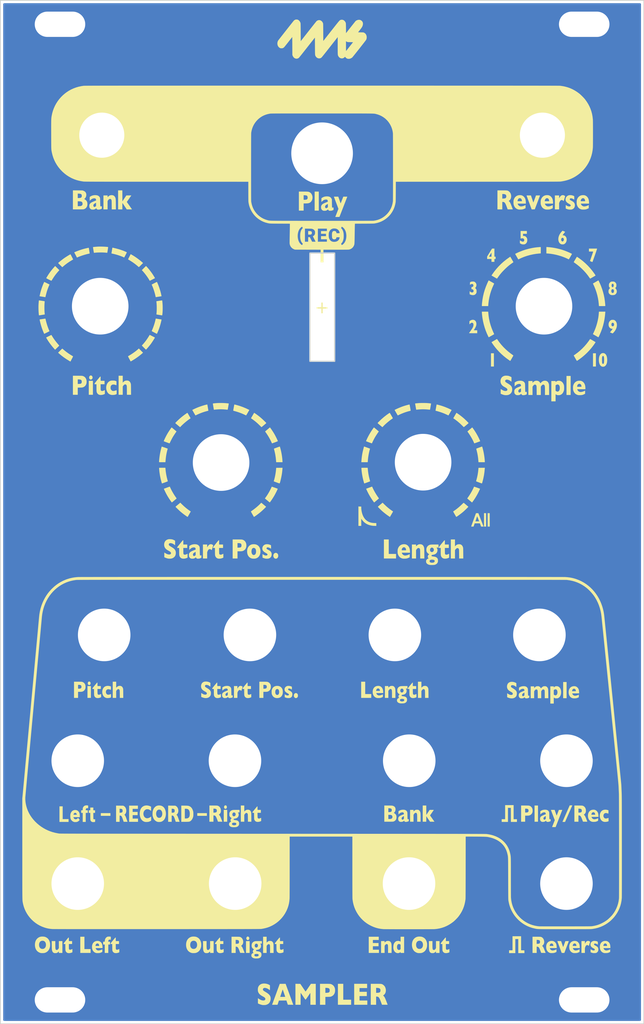
<source format=kicad_pcb>
(kicad_pcb (version 20221018) (generator pcbnew)
  (layers (0 "F.Cu" signal) (31 "B.Cu" signal) (34 "B.Paste" user) (35 "F.Paste" user) (36 "B.SilkS" user "B.Silkscreen") (37 "F.SilkS" user "F.Silkscreen") (38 "B.Mask" user) (39 "F.Mask" user) (44 "Edge.Cuts" user))
  (net 0 "")
  (net 1 "GND")
  (footprint "Faceplate_Hole_Jack_3.5mm" (layer "F.Cu") (at 20.275 98.257236)
    (fp_text reference "REF**" hide)
    (fp_text value "GND" hide)
    (pad "1" thru_hole circle (at 0 0) (size 7.62 7.62) (drill 6.604) (layers "*.Cu" "*.Mask") (net 1 "GND"))
  )
  (footprint "Faceplate_Hole_Pot_16mm" (layer "F.Cu") (at 63.7 60.77)
    (fp_text reference "REF**" hide)
    (fp_text value "Faceplate_Hole_Pot_16mm" hide)
    (pad "1" thru_hole circle (at 0 0) (size 7.874 7.874) (drill 7.112) (layers "*.Cu" "*.Mask") (net 1 "GND"))
  )
  (footprint "Faceplate_Rail_Mount_Slot_Plated" (layer "F.Cu") (at 18.043 5.781)
    (fp_text reference "REF**" hide)
    (fp_text value "Faceplate_Rail_Mount_Slot_Plated" hide)
    (pad "1" thru_hole oval (at 0 0) (size 7.366 4.191) (drill oval 6.35 3.175) (layers "*.Cu" "*.Mask") (net 1 "GND"))
  )
  (footprint "Faceplate_Hole_LED_Button_5.4mm_With_Mask_Opening" (layer "F.Cu") (at 78.7 19.707236)
    (fp_text reference "REF**" hide)
    (fp_text value "Faceplate_Hole_LED_Button_5.4mm_With_Mask_Opening" hide)
    (pad "1" thru_hole circle (at 0 0) (size 5.969 5.969) (drill 5.6642) (layers "*.Cu" "*.Mask") (net 1 "GND"))
  )
  (footprint "Faceplate_Hole_Jack_3.5mm" (layer "F.Cu") (at 23.6 82.457236)
    (fp_text reference "REF**" hide)
    (fp_text value "GND" hide)
    (pad "1" thru_hole circle (at 0 0) (size 7.62 7.62) (drill 6.604) (layers "*.Cu" "*.Mask") (net 1 "GND"))
  )
  (footprint "artwork.pretty:artwork-silk-sampkit-p2" (layer "F.Cu") (at 50.991285 67.839619)
    (fp_text reference "G***" hide)
    (fp_text value "LOGO" hide)
  )
  (footprint "Faceplate_Hole_Jack_3.5mm" (layer "F.Cu") (at 40.043 98.257236)
    (fp_text reference "REF**" hide)
    (fp_text value "GND" hide)
    (pad "1" thru_hole circle (at 0 0) (size 7.62 7.62) (drill 6.604) (layers "*.Cu" "*.Mask") (net 1 "GND"))
  )
  (footprint "Faceplate_Hole_Pot_16mm" (layer "F.Cu") (at 23.1 41.182236)
    (fp_text reference "REF**" hide)
    (fp_text value "Faceplate_Hole_Pot_16mm" hide)
    (pad "1" thru_hole circle (at 0 0) (size 7.874 7.874) (drill 7.112) (layers "*.Cu" "*.Mask") (net 1 "GND"))
  )
  (footprint "Faceplate_Hole_LED_Button_7mm_With_Mask_Opening" (layer "F.Cu") (at 51 21.982236)
    (fp_text reference "LOCK1" hide)
    (fp_text value "Faceplate_Hole_LED_Button_7mm_With_Mask_Opening" hide)
    (pad "1" thru_hole circle (at 0 0) (size 8.0518 8.0518) (drill 7.747) (layers "*.Cu" "*.Mask") (net 1 "GND"))
  )
  (footprint "Faceplate_Hole_Jack_3.5mm" (layer "F.Cu") (at 20.275 113.682236)
    (fp_text reference "REF**" hide)
    (fp_text value "GND" hide)
    (pad "1" thru_hole circle (at 0 0) (size 7.62 7.62) (drill 6.604) (layers "*.Cu" "*.Mask") (net 1 "GND"))
  )
  (footprint "Faceplate_Hole_Pot_16mm" (layer "F.Cu") (at 78.9 41.182236)
    (fp_text reference "REF**" hide)
    (fp_text value "Faceplate_Hole_Pot_16mm" hide)
    (pad "1" thru_hole circle (at 0 0) (size 7.874 7.874) (drill 7.112) (layers "*.Cu" "*.Mask") (net 1 "GND"))
  )
  (footprint "Faceplate_Hole_Jack_3.5mm" (layer "F.Cu") (at 60.15 82.457236)
    (fp_text reference "REF**" hide)
    (fp_text value "GND" hide)
    (pad "1" thru_hole circle (at 0 0) (size 7.62 7.62) (drill 6.604) (layers "*.Cu" "*.Mask") (net 1 "GND"))
  )
  (footprint "Faceplate_Hole_Jack_3.5mm" (layer "F.Cu") (at 81.725 98.257236)
    (fp_text reference "REF**" hide)
    (fp_text value "GND" hide)
    (pad "1" thru_hole circle (at 0 0) (size 7.62 7.62) (drill 6.604) (layers "*.Cu" "*.Mask") (net 1 "GND"))
  )
  (footprint "Faceplate_Rail_Mount_Slot_Plated" (layer "F.Cu") (at 83.957 5.781)
    (fp_text reference "REF**" hide)
    (fp_text value "Faceplate_Rail_Mount_Slot_Plated" hide)
    (pad "1" thru_hole oval (at 0 0) (size 7.366 4.191) (drill oval 6.35 3.175) (layers "*.Cu" "*.Mask") (net 1 "GND"))
  )
  (footprint "Faceplate_Hole_Jack_3.5mm" (layer "F.Cu") (at 41.925 82.457236)
    (fp_text reference "REF**" hide)
    (fp_text value "GND" hide)
    (pad "1" thru_hole circle (at 0 0) (size 7.62 7.62) (drill 6.604) (layers "*.Cu" "*.Mask") (net 1 "GND"))
  )
  (footprint "Faceplate_Hole_Pot_16mm" (layer "F.Cu") (at 38.3 60.814319)
    (fp_text reference "REF**" hide)
    (fp_text value "Faceplate_Hole_Pot_16mm" hide)
    (pad "1" thru_hole circle (at 0 0) (size 7.874 7.874) (drill 7.112) (layers "*.Cu" "*.Mask") (net 1 "GND"))
  )
  (footprint "Faceplate_Rail_Mount_Slot_Plated" (layer "F.Cu") (at 83.957 128.2866)
    (fp_text reference "REF**" hide)
    (fp_text value "Faceplate_Rail_Mount_Slot_Plated" hide)
    (pad "1" thru_hole oval (at 0 0) (size 7.366 4.191) (drill oval 6.35 3.175) (layers "*.Cu" "*.Mask") (net 1 "GND"))
  )
  (footprint "Faceplate_Hole_Jack_3.5mm" (layer "F.Cu") (at 61.93 113.682236)
    (fp_text reference "REF**" hide)
    (fp_text value "GND" hide)
    (pad "1" thru_hole circle (at 0 0) (size 7.62 7.62) (drill 6.604) (layers "*.Cu" "*.Mask") (net 1 "GND"))
  )
  (footprint "Faceplate_Hole_Jack_3.5mm" (layer "F.Cu") (at 61.957 98.257236)
    (fp_text reference "REF**" hide)
    (fp_text value "GND" hide)
    (pad "1" thru_hole circle (at 0 0) (size 7.62 7.62) (drill 6.604) (layers "*.Cu" "*.Mask") (net 1 "GND"))
  )
  (footprint "Faceplate_Hole_Jack_3.5mm" (layer "F.Cu") (at 40.07 113.682236)
    (fp_text reference "REF**" hide)
    (fp_text value "GND" hide)
    (pad "1" thru_hole circle (at 0 0) (size 7.62 7.62) (drill 6.604) (layers "*.Cu" "*.Mask") (net 1 "GND"))
  )
  (footprint "" (layer "F.Cu") (at 51.06 7.37)
    (fp_text reference "" (at 0 0) (layer "F.SilkS") (effects (font (size 1.27 1.27))))
    (fp_text value "" (at 0 0) (layer "F.SilkS") (effects (font (size 1.27 1.27))))
    (pad "1" smd rect (at 0 0 180) (size 79.7 8) (layers "B.Cu" "B.Paste" "B.Mask") (net 1 "GND"))
  )
  (footprint "Faceplate_Rail_Mount_Slot_Plated" (layer "F.Cu") (at 18.043 128.2866)
    (fp_text reference "REF**" hide)
    (fp_text value "Faceplate_Rail_Mount_Slot_Plated" hide)
    (pad "1" thru_hole oval (at 0 0) (size 7.366 4.191) (drill oval 6.35 3.175) (layers "*.Cu" "*.Mask") (net 1 "GND"))
  )
  (footprint "Faceplate_Hole_Jack_3.5mm" (layer "F.Cu") (at 78.325 82.457236)
    (fp_text reference "REF**" hide)
    (fp_text value "GND" hide)
    (pad "1" thru_hole circle (at 0 0) (size 7.62 7.62) (drill 6.604) (layers "*.Cu" "*.Mask") (net 1 "GND"))
  )
  (footprint "Faceplate_Hole_Jack_3.5mm" (layer "F.Cu") (at 81.725 113.682236)
    (fp_text reference "REF**" hide)
    (fp_text value "GND" hide)
    (pad "1" thru_hole circle (at 0 0) (size 7.62 7.62) (drill 6.604) (layers "*.Cu" "*.Mask") (net 1 "GND"))
  )
  (footprint "Faceplate_Hole_LED_Button_5.4mm_With_Mask_Opening" (layer "F.Cu") (at 23.3 19.707236)
    (fp_text reference "REF**" hide)
    (fp_text value "Faceplate_Hole_LED_Button_5.4mm_With_Mask_Opening" hide)
    (pad "1" thru_hole circle (at 0 0) (size 5.969 5.969) (drill 5.6642) (layers "*.Cu" "*.Mask") (net 1 "GND"))
  )
  (footprint "4ms_Faceplate:Rail_Connection_16HP" (layer "B.Cu") (at 50.84 126.69 180)
    (fp_text reference "REF**" hide)
    (fp_text value "Rail_Connection_16HP" hide)
    (pad "1" smd rect (at 0 0 180) (size 79.7 8) (layers "B.Cu" "B.Paste" "B.Mask") (net 1 "GND"))
  )
  (gr_line (start 10.55 2.7838) (end 91.45 2.7838) (stroke (width 0.1)) (layer "Edge.Cuts"))
  (gr_line (start 52.58 34.51) (end 49.4685 34.51) (stroke (width 0.15)) (layer "Edge.Cuts"))
  (gr_line (start 91.45 2.7838) (end 91.45 131.2838) (stroke (width 0.1)) (layer "Edge.Cuts"))
  (gr_line (start 49.4685 48.099) (end 52.58 48.099) (stroke (width 0.15)) (layer "Edge.Cuts"))
  (gr_line (start 10.55 2.7838) (end 10.55 131.2838) (stroke (width 0.1)) (layer "Edge.Cuts"))
  (gr_line (start 52.58 48.099) (end 52.58 34.51) (stroke (width 0.15)) (layer "Edge.Cuts"))
  (gr_line (start 49.4685 34.51) (end 49.4685 48.099) (stroke (width 0.15)) (layer "Edge.Cuts"))
  (gr_line (start 10.55 131.2838) (end 91.45 131.2838) (stroke (width 0.1)) (layer "Edge.Cuts"))
  (zone (net 1) (net_name "GND") (layer "B.Cu") (connect_pads yes (clearance 0.508)) (min_thickness 0.25) (fill yes (thermal_gap 0.5) (thermal_bridge_width 0.5))
    (polygon (pts (xy 10.904 3.1378) (xy 10.904 130.9298) (xy 91.096 130.9298) (xy 91.096 3.1378)))
  )
)
</source>
